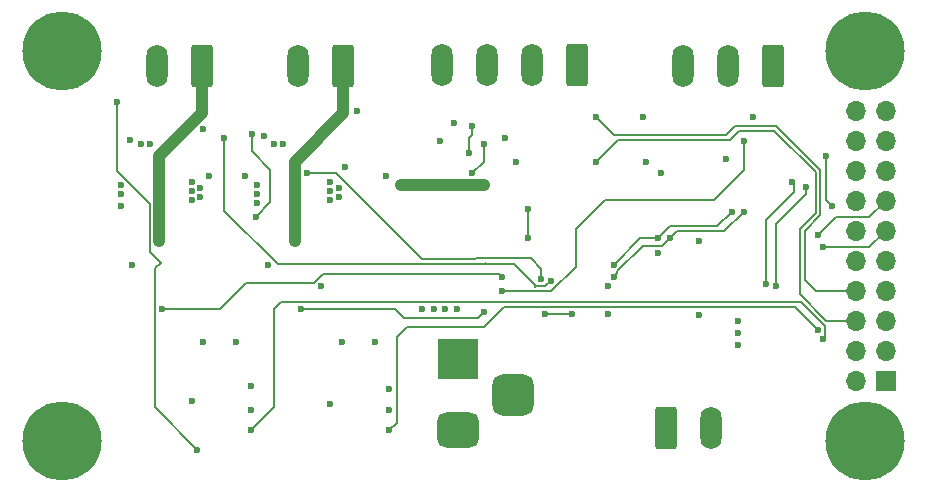
<source format=gbr>
%TF.GenerationSoftware,KiCad,Pcbnew,8.0.5*%
%TF.CreationDate,2024-11-24T08:54:10-05:00*%
%TF.ProjectId,wesp_card_access,77657370-5f63-4617-9264-5f6163636573,rev?*%
%TF.SameCoordinates,Original*%
%TF.FileFunction,Copper,L4,Bot*%
%TF.FilePolarity,Positive*%
%FSLAX46Y46*%
G04 Gerber Fmt 4.6, Leading zero omitted, Abs format (unit mm)*
G04 Created by KiCad (PCBNEW 8.0.5) date 2024-11-24 08:54:10*
%MOMM*%
%LPD*%
G01*
G04 APERTURE LIST*
G04 Aperture macros list*
%AMRoundRect*
0 Rectangle with rounded corners*
0 $1 Rounding radius*
0 $2 $3 $4 $5 $6 $7 $8 $9 X,Y pos of 4 corners*
0 Add a 4 corners polygon primitive as box body*
4,1,4,$2,$3,$4,$5,$6,$7,$8,$9,$2,$3,0*
0 Add four circle primitives for the rounded corners*
1,1,$1+$1,$2,$3*
1,1,$1+$1,$4,$5*
1,1,$1+$1,$6,$7*
1,1,$1+$1,$8,$9*
0 Add four rect primitives between the rounded corners*
20,1,$1+$1,$2,$3,$4,$5,0*
20,1,$1+$1,$4,$5,$6,$7,0*
20,1,$1+$1,$6,$7,$8,$9,0*
20,1,$1+$1,$8,$9,$2,$3,0*%
G04 Aperture macros list end*
%TA.AperFunction,ComponentPad*%
%ADD10RoundRect,0.250000X-0.650000X-1.550000X0.650000X-1.550000X0.650000X1.550000X-0.650000X1.550000X0*%
%TD*%
%TA.AperFunction,ComponentPad*%
%ADD11O,1.800000X3.600000*%
%TD*%
%TA.AperFunction,ComponentPad*%
%ADD12R,3.500000X3.500000*%
%TD*%
%TA.AperFunction,ComponentPad*%
%ADD13RoundRect,0.750000X1.000000X-0.750000X1.000000X0.750000X-1.000000X0.750000X-1.000000X-0.750000X0*%
%TD*%
%TA.AperFunction,ComponentPad*%
%ADD14RoundRect,0.875000X0.875000X-0.875000X0.875000X0.875000X-0.875000X0.875000X-0.875000X-0.875000X0*%
%TD*%
%TA.AperFunction,ComponentPad*%
%ADD15R,1.700000X1.700000*%
%TD*%
%TA.AperFunction,ComponentPad*%
%ADD16O,1.700000X1.700000*%
%TD*%
%TA.AperFunction,ComponentPad*%
%ADD17C,6.700000*%
%TD*%
%TA.AperFunction,ComponentPad*%
%ADD18RoundRect,0.250000X0.650000X1.550000X-0.650000X1.550000X-0.650000X-1.550000X0.650000X-1.550000X0*%
%TD*%
%TA.AperFunction,ViaPad*%
%ADD19C,0.600000*%
%TD*%
%TA.AperFunction,Conductor*%
%ADD20C,0.200000*%
%TD*%
%TA.AperFunction,Conductor*%
%ADD21C,1.000000*%
%TD*%
G04 APERTURE END LIST*
D10*
%TO.P,J2,1,Pin_1*%
%TO.N,GND*%
X156150000Y-114817500D03*
D11*
%TO.P,J2,2,Pin_2*%
%TO.N,Net-(J2-Pin_2)*%
X159960000Y-114817500D03*
%TD*%
D12*
%TO.P,J6,1*%
%TO.N,Net-(J2-Pin_2)*%
X138542500Y-109000000D03*
D13*
%TO.P,J6,2*%
%TO.N,GND*%
X138542500Y-115000000D03*
D14*
%TO.P,J6,3*%
%TO.N,N/C*%
X143242500Y-112000000D03*
%TD*%
D15*
%TO.P,U1,1,GND*%
%TO.N,GND*%
X174770000Y-110817500D03*
D16*
%TO.P,U1,2,3v3*%
%TO.N,+3V3*%
X172230000Y-110817500D03*
%TO.P,U1,3,IO23*%
%TO.N,unconnected-(U1-IO23-Pad3)*%
X174770000Y-108277500D03*
%TO.P,U1,4,IO36*%
%TO.N,RS485_RE*%
X172230000Y-108277500D03*
%TO.P,U1,5,IO39*%
%TO.N,RS485_RO*%
X174770000Y-105737500D03*
%TO.P,U1,6,IO34*%
%TO.N,WIE_1*%
X172230000Y-105737500D03*
%TO.P,U1,7,IO32*%
%TO.N,unconnected-(U1-IO32-Pad7)*%
X174770000Y-103197500D03*
%TO.P,U1,8,IO35*%
%TO.N,WIE_0*%
X172230000Y-103197500D03*
%TO.P,U1,9,GND*%
%TO.N,GND*%
X174770000Y-100657500D03*
%TO.P,U1,10,IO33*%
%TO.N,RS485_DI*%
X172230000Y-100657500D03*
%TO.P,U1,11,IO18*%
%TO.N,STRIKE_1*%
X174770000Y-98117500D03*
%TO.P,U1,12,IO5*%
%TO.N,Net-(U1-IO5)*%
X172230000Y-98117500D03*
%TO.P,U1,13,IO13*%
%TO.N,STRIKE_0*%
X174770000Y-95577500D03*
%TO.P,U1,14,IO14*%
%TO.N,Net-(U1-IO14)*%
X172230000Y-95577500D03*
%TO.P,U1,15,IO4*%
%TO.N,SCL*%
X174770000Y-93037500D03*
%TO.P,U1,16,IO12*%
%TO.N,RS485_DE*%
X172230000Y-93037500D03*
%TO.P,U1,17,IO15*%
%TO.N,SDA*%
X174770000Y-90497500D03*
%TO.P,U1,18,IO2*%
%TO.N,unconnected-(U1-IO2-Pad18)*%
X172230000Y-90497500D03*
%TO.P,U1,19,GND*%
%TO.N,GND*%
X174770000Y-87957500D03*
%TO.P,U1,20,V+*%
%TO.N,+12V*%
X172230000Y-87957500D03*
D17*
%TO.P,U1,M1*%
%TO.N,N/C*%
X105000000Y-82887500D03*
X105000000Y-115887500D03*
X173000000Y-82887500D03*
X173000000Y-115887500D03*
%TD*%
D18*
%TO.P,J5,1,Pin_1*%
%TO.N,Net-(D4-A)*%
X116850000Y-84182500D03*
D11*
%TO.P,J5,2,Pin_2*%
%TO.N,Net-(J5-Pin_2)*%
X113040000Y-84182500D03*
%TD*%
D18*
%TO.P,J3,1,Pin_1*%
%TO.N,GND*%
X165255000Y-84182500D03*
D11*
%TO.P,J3,2,Pin_2*%
%TO.N,Net-(J3-Pin_2)*%
X161445000Y-84182500D03*
%TO.P,J3,3,Pin_3*%
%TO.N,Net-(J3-Pin_3)*%
X157635000Y-84182500D03*
%TD*%
D18*
%TO.P,J4,1,Pin_1*%
%TO.N,Net-(D3-A)*%
X128850000Y-84182500D03*
D11*
%TO.P,J4,2,Pin_2*%
%TO.N,Net-(J4-Pin_2)*%
X125040000Y-84182500D03*
%TD*%
D18*
%TO.P,J1,1,Pin_1*%
%TO.N,GND*%
X148660000Y-84115000D03*
D11*
%TO.P,J1,2,Pin_2*%
%TO.N,Net-(J1-Pin_2)*%
X144850000Y-84115000D03*
%TO.P,J1,3,Pin_3*%
%TO.N,Net-(J1-Pin_3)*%
X141040000Y-84115000D03*
%TO.P,J1,4,Pin_4*%
%TO.N,Net-(J1-Pin_4)*%
X137230000Y-84115000D03*
%TD*%
D19*
%TO.N,Net-(U1-IO5)*%
X168000000Y-94400000D03*
X165500000Y-102800000D03*
%TO.N,Net-(U1-IO14)*%
X166800000Y-94000000D03*
X164600000Y-102600000D03*
%TO.N,GND*%
X111000000Y-101000000D03*
X163500000Y-88500000D03*
X121000000Y-113250000D03*
X132500000Y-93500000D03*
X116000000Y-94000000D03*
X128750000Y-107500000D03*
X143500000Y-92250000D03*
X116000000Y-95500000D03*
X132750000Y-113250000D03*
X128500000Y-94500000D03*
X151250000Y-105150000D03*
X151250000Y-102750000D03*
X116750000Y-95250000D03*
X122500000Y-101000000D03*
X117000000Y-89500000D03*
X159000000Y-99000000D03*
X154500000Y-92250000D03*
X154250000Y-88500000D03*
X121000000Y-111250000D03*
X128500000Y-95250000D03*
X137000000Y-90500000D03*
X161250000Y-92000000D03*
X138250000Y-89000000D03*
X155500000Y-100000000D03*
X127750000Y-94000000D03*
X116000000Y-94750000D03*
X159000000Y-105250000D03*
X120500000Y-93500000D03*
X130000000Y-88000000D03*
X110796416Y-90448868D03*
X116750000Y-94500000D03*
X122125000Y-90125000D03*
X117000000Y-107500000D03*
X127750000Y-95500000D03*
X155750000Y-93250000D03*
X127750000Y-94750000D03*
X132750000Y-111500000D03*
%TO.N,STRIKE_1*%
X121000000Y-115000000D03*
X169500000Y-99500000D03*
X169500000Y-107250000D03*
%TO.N,STRIKE_0*%
X169000000Y-98500000D03*
X169000000Y-106500000D03*
X132750000Y-115000000D03*
%TO.N,SCL*%
X156500000Y-98750000D03*
X151750000Y-102000000D03*
X162750000Y-96500000D03*
%TO.N,WIE_1*%
X150250000Y-92250000D03*
%TO.N,RS485_DI*%
X169750000Y-91795000D03*
X170250000Y-96000000D03*
%TO.N,WIE_0*%
X150250000Y-88500000D03*
%TO.N,+12V*%
X129000000Y-92750000D03*
X110000000Y-94250000D03*
X136500000Y-104750000D03*
X112500000Y-90750000D03*
X121500000Y-95000000D03*
X127750000Y-112750000D03*
X117500000Y-93500000D03*
X119750000Y-107500000D03*
X131500000Y-107500000D03*
X116000000Y-112500000D03*
X110000000Y-95000000D03*
X137500000Y-104750000D03*
X123000000Y-90750000D03*
X110000000Y-96000000D03*
X162250000Y-106750000D03*
X162250000Y-107750000D03*
X138500000Y-104750000D03*
X135500000Y-104750000D03*
X121500000Y-95750000D03*
X111750000Y-90750000D03*
X121500000Y-94250000D03*
X123750000Y-90750000D03*
X162250000Y-105750000D03*
%TO.N,SDA*%
X151750000Y-101000000D03*
X155500000Y-98750000D03*
X161750000Y-96500000D03*
%TO.N,+3V3*%
X140750000Y-94250000D03*
X133750000Y-94250000D03*
%TO.N,STRIKE_FB0*%
X140750000Y-105000000D03*
X125250000Y-104750000D03*
%TO.N,Net-(D3-A)*%
X124750000Y-99000000D03*
X126972500Y-102775000D03*
X124750000Y-98250000D03*
X124750000Y-97500000D03*
%TO.N,READER_FUSE_FB*%
X144500000Y-96250000D03*
X142500000Y-90250000D03*
X144500000Y-98750000D03*
%TO.N,STRIKE_FB1*%
X142250000Y-102000000D03*
X113500000Y-104750000D03*
%TO.N,Net-(D4-A)*%
X113250000Y-99000000D03*
X113250000Y-98250000D03*
X113250000Y-97500000D03*
%TO.N,12v_fb*%
X162750000Y-90500000D03*
X142250000Y-103250000D03*
%TO.N,Net-(D9-A)*%
X116500000Y-116650000D03*
X109650000Y-87225000D03*
%TO.N,Net-(U4-IN+)*%
X139750000Y-89250000D03*
X139500000Y-91500000D03*
%TO.N,READER_CURRENT*%
X140750000Y-90750000D03*
X139775000Y-93250000D03*
%TO.N,STRIKE_0_CURRENT*%
X125750000Y-93208701D03*
X145600000Y-102225000D03*
%TO.N,STRIKE_1_CURRENT*%
X146392985Y-102330731D03*
X148248527Y-105150000D03*
X145950000Y-105150000D03*
X118750000Y-90250000D03*
%TO.N,Net-(D8-A)*%
X121100000Y-89925000D03*
X121425000Y-96925000D03*
%TD*%
D20*
%TO.N,Net-(U1-IO5)*%
X167700000Y-95300000D02*
X168000000Y-95000000D01*
X165500000Y-97500000D02*
X167700000Y-95300000D01*
X168000000Y-95000000D02*
X168000000Y-94400000D01*
X165500000Y-102800000D02*
X165500000Y-97500000D01*
%TO.N,Net-(U1-IO14)*%
X167000000Y-94800000D02*
X167000000Y-94200000D01*
X164600000Y-102600000D02*
X164600000Y-97200000D01*
X164600000Y-97200000D02*
X167000000Y-94800000D01*
X167000000Y-94200000D02*
X166800000Y-94000000D01*
%TO.N,STRIKE_1*%
X163000000Y-104150000D02*
X167584314Y-104150000D01*
X169600000Y-107150000D02*
X169500000Y-107250000D01*
X167584314Y-104150000D02*
X169600000Y-106165686D01*
X121000000Y-115000000D02*
X123000000Y-113000000D01*
X163000000Y-104150000D02*
X164100000Y-104150000D01*
X173387500Y-99500000D02*
X169500000Y-99500000D01*
X123600000Y-104150000D02*
X163000000Y-104150000D01*
X174770000Y-98117500D02*
X173387500Y-99500000D01*
X123000000Y-113000000D02*
X123000000Y-104750000D01*
X169600000Y-106165686D02*
X169600000Y-107150000D01*
X123000000Y-104750000D02*
X123600000Y-104150000D01*
%TO.N,STRIKE_0*%
X170532500Y-96967500D02*
X169000000Y-98500000D01*
X133401471Y-107098529D02*
X134250000Y-106250000D01*
X134250000Y-106250000D02*
X140750000Y-106250000D01*
X163750000Y-104550000D02*
X167050000Y-104550000D01*
X133401471Y-114348529D02*
X133401471Y-107098529D01*
X167050000Y-104550000D02*
X169000000Y-106500000D01*
X142450000Y-104550000D02*
X163750000Y-104550000D01*
X174770000Y-95577500D02*
X173380000Y-96967500D01*
X173380000Y-96967500D02*
X170532500Y-96967500D01*
X132750000Y-115000000D02*
X133401471Y-114348529D01*
X140750000Y-106250000D02*
X142450000Y-104550000D01*
%TO.N,SCL*%
X157100000Y-98150000D02*
X161100000Y-98150000D01*
X155850000Y-99400000D02*
X154198529Y-99400000D01*
X156250000Y-99000000D02*
X157100000Y-98150000D01*
X161100000Y-98150000D02*
X162750000Y-96500000D01*
X152049264Y-101549265D02*
X152049264Y-101700736D01*
X154198529Y-99400000D02*
X152049264Y-101549265D01*
X156250000Y-99000000D02*
X155850000Y-99400000D01*
X156500000Y-98750000D02*
X156250000Y-99000000D01*
X152049264Y-101700736D02*
X151750000Y-102000000D01*
%TO.N,WIE_1*%
X162350000Y-89650000D02*
X165334314Y-89650000D01*
X169737500Y-105737500D02*
X172230000Y-105737500D01*
X168850000Y-96650000D02*
X167500000Y-98000000D01*
X161600000Y-90400000D02*
X162350000Y-89650000D01*
X168850000Y-93165686D02*
X168850000Y-96650000D01*
X167500000Y-98000000D02*
X167500000Y-103500000D01*
X152100000Y-90400000D02*
X161600000Y-90400000D01*
X150250000Y-92250000D02*
X152100000Y-90400000D01*
X165334314Y-89650000D02*
X168850000Y-93165686D01*
X167500000Y-103500000D02*
X169737500Y-105737500D01*
%TO.N,RS485_DI*%
X169750000Y-91795000D02*
X169750000Y-95500000D01*
X169750000Y-95500000D02*
X170250000Y-96000000D01*
%TO.N,WIE_0*%
X169250000Y-93000000D02*
X169250000Y-96815686D01*
X161250000Y-90000000D02*
X162000000Y-89250000D01*
X162000000Y-89250000D02*
X165500000Y-89250000D01*
X167900000Y-102250000D02*
X168847500Y-103197500D01*
X169250000Y-96815686D02*
X167900000Y-98165686D01*
X150250000Y-88500000D02*
X151750000Y-90000000D01*
X165500000Y-89250000D02*
X169250000Y-93000000D01*
X151750000Y-90000000D02*
X161250000Y-90000000D01*
X167900000Y-98165686D02*
X167900000Y-102250000D01*
X168847500Y-103197500D02*
X172230000Y-103197500D01*
%TO.N,SDA*%
X156500000Y-97750000D02*
X155500000Y-98750000D01*
X160500000Y-97750000D02*
X156500000Y-97750000D01*
X161750000Y-96500000D02*
X160500000Y-97750000D01*
X151750000Y-101000000D02*
X154000000Y-98750000D01*
X154000000Y-98750000D02*
X155500000Y-98750000D01*
D21*
%TO.N,+3V3*%
X140750000Y-94250000D02*
X133750000Y-94250000D01*
D20*
%TO.N,STRIKE_FB0*%
X140250000Y-105500000D02*
X140750000Y-105000000D01*
X133250000Y-104750000D02*
X134000000Y-105500000D01*
X134000000Y-105500000D02*
X140250000Y-105500000D01*
X125250000Y-104750000D02*
X133250000Y-104750000D01*
D21*
%TO.N,Net-(D3-A)*%
X128850000Y-88150000D02*
X128850000Y-84182500D01*
X124750000Y-92250000D02*
X128850000Y-88150000D01*
X124750000Y-99000000D02*
X124750000Y-92250000D01*
D20*
%TO.N,READER_FUSE_FB*%
X144500000Y-96250000D02*
X144500000Y-98750000D01*
%TO.N,STRIKE_FB1*%
X118398529Y-104750000D02*
X120648529Y-102500000D01*
X121250000Y-102500000D02*
X126398971Y-102500000D01*
X142000000Y-101750000D02*
X142250000Y-102000000D01*
X127148971Y-101750000D02*
X141250000Y-101750000D01*
X113500000Y-104750000D02*
X118398529Y-104750000D01*
X141250000Y-101750000D02*
X142000000Y-101750000D01*
X126398971Y-102500000D02*
X127148971Y-101750000D01*
X120648529Y-102500000D02*
X121250000Y-102500000D01*
D21*
%TO.N,Net-(D4-A)*%
X113250000Y-91750000D02*
X116850000Y-88150000D01*
X116850000Y-88150000D02*
X116850000Y-84182500D01*
X113250000Y-99000000D02*
X113250000Y-91750000D01*
D20*
%TO.N,12v_fb*%
X162750000Y-93000000D02*
X162750000Y-90500000D01*
X142250000Y-103250000D02*
X146450000Y-103250000D01*
X148537500Y-97962500D02*
X151000000Y-95500000D01*
X151000000Y-95500000D02*
X160250000Y-95500000D01*
X146450000Y-103250000D02*
X148537500Y-101162500D01*
X160250000Y-95500000D02*
X162750000Y-93000000D01*
X148537500Y-101162500D02*
X148537500Y-97962500D01*
%TO.N,Net-(D9-A)*%
X113375000Y-100800000D02*
X112900000Y-101275000D01*
X109650000Y-87225000D02*
X109650000Y-93051471D01*
X109650000Y-93051471D02*
X112450000Y-95851471D01*
X112450000Y-95851471D02*
X112450000Y-99875000D01*
X112450000Y-99875000D02*
X113375000Y-100800000D01*
X112900000Y-101275000D02*
X112900000Y-113050000D01*
X112900000Y-113050000D02*
X116500000Y-116650000D01*
%TO.N,Net-(U4-IN+)*%
X139500000Y-90250000D02*
X139750000Y-90000000D01*
X139500000Y-91500000D02*
X139500000Y-90250000D01*
X139750000Y-90000000D02*
X139750000Y-89250000D01*
%TO.N,READER_CURRENT*%
X140750000Y-92275000D02*
X140750000Y-90750000D01*
X139775000Y-93250000D02*
X140750000Y-92275000D01*
%TO.N,STRIKE_0_CURRENT*%
X144700000Y-100425000D02*
X145600000Y-101325000D01*
X145600000Y-101325000D02*
X145600000Y-102375000D01*
X140050000Y-100425000D02*
X144700000Y-100425000D01*
X128258701Y-93208701D02*
X135525000Y-100475000D01*
X125750000Y-93208701D02*
X128258701Y-93208701D01*
X135525000Y-100475000D02*
X140000000Y-100475000D01*
X140000000Y-100475000D02*
X140050000Y-100425000D01*
%TO.N,STRIKE_1_CURRENT*%
X144813235Y-102436765D02*
X145201470Y-102825000D01*
X148248527Y-105150000D02*
X145950000Y-105150000D01*
X140800000Y-100950000D02*
X140925000Y-100825000D01*
X143326471Y-100950000D02*
X144813235Y-102436765D01*
X144813235Y-102436765D02*
X145050000Y-102673529D01*
X118750000Y-96401471D02*
X123298529Y-100950000D01*
X140800000Y-100950000D02*
X143326471Y-100950000D01*
X145201470Y-102825000D02*
X145898716Y-102825000D01*
X145898716Y-102825000D02*
X146392985Y-102330731D01*
X128050000Y-100950000D02*
X140800000Y-100950000D01*
X145050000Y-102673529D02*
X145050000Y-102850000D01*
X118750000Y-90250000D02*
X118750000Y-96401471D01*
X123298529Y-100950000D02*
X128050000Y-100950000D01*
%TO.N,Net-(D8-A)*%
X121100000Y-91400000D02*
X122675000Y-92975000D01*
X122675000Y-92975000D02*
X122675000Y-95675000D01*
X121100000Y-89925000D02*
X121100000Y-91400000D01*
X122675000Y-95675000D02*
X121425000Y-96925000D01*
%TD*%
M02*

</source>
